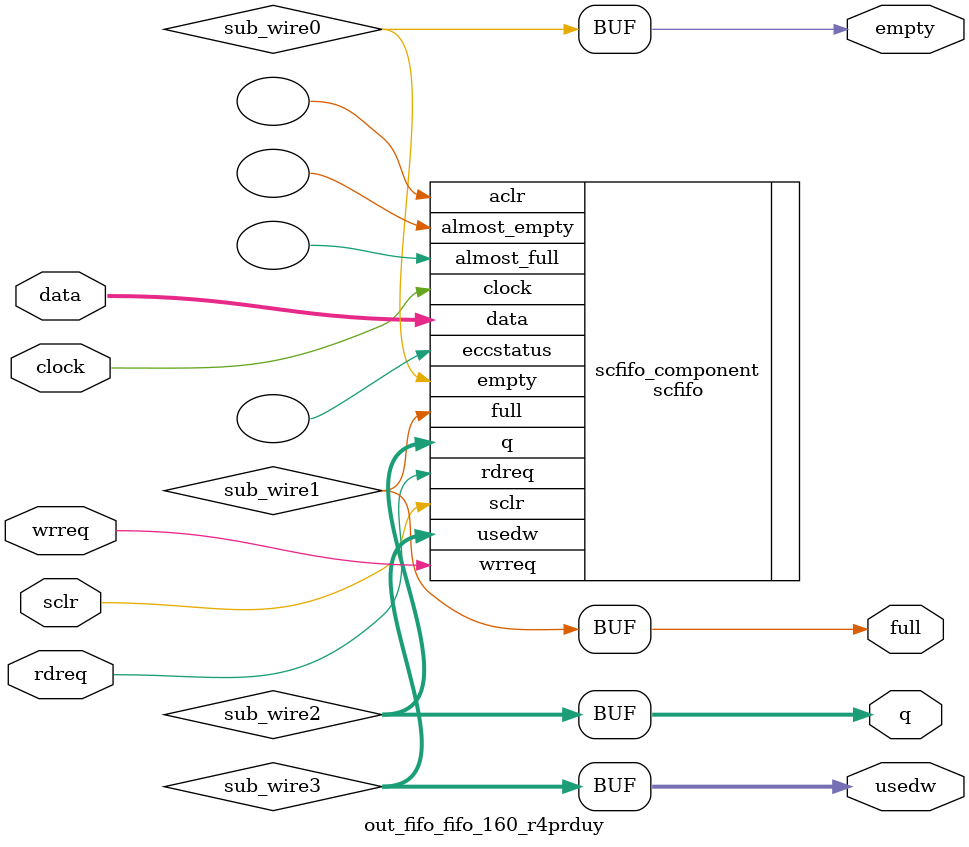
<source format=v>



`timescale 1 ps / 1 ps
// synopsys translate_on
module  out_fifo_fifo_160_r4prduy  (
    clock,
    data,
    rdreq,
    sclr,
    wrreq,
    empty,
    full,
    q,
    usedw);

    input    clock;
    input  [7:0]  data;
    input    rdreq;
    input    sclr;
    input    wrreq;
    output   empty;
    output   full;
    output [7:0]  q;
    output [16:0]  usedw;

    wire  sub_wire0;
    wire  sub_wire1;
    wire [7:0] sub_wire2;
    wire [16:0] sub_wire3;
    wire  empty = sub_wire0;
    wire  full = sub_wire1;
    wire [7:0] q = sub_wire2[7:0];
    wire [16:0] usedw = sub_wire3[16:0];

    scfifo  scfifo_component (
                .clock (clock),
                .data (data),
                .rdreq (rdreq),
                .sclr (sclr),
                .wrreq (wrreq),
                .empty (sub_wire0),
                .full (sub_wire1),
                .q (sub_wire2),
                .usedw (sub_wire3),
                .aclr (),
                .almost_empty (),
                .almost_full (),
                .eccstatus ());
    defparam
        scfifo_component.add_ram_output_register  = "ON",
        scfifo_component.enable_ecc  = "FALSE",
        scfifo_component.intended_device_family  = "Arria 10",
        scfifo_component.lpm_numwords  = 131072,
        scfifo_component.lpm_showahead  = "OFF",
        scfifo_component.lpm_type  = "scfifo",
        scfifo_component.lpm_width  = 8,
        scfifo_component.lpm_widthu  = 17,
        scfifo_component.overflow_checking  = "ON",
        scfifo_component.underflow_checking  = "ON",
        scfifo_component.use_eab  = "ON";


endmodule



</source>
